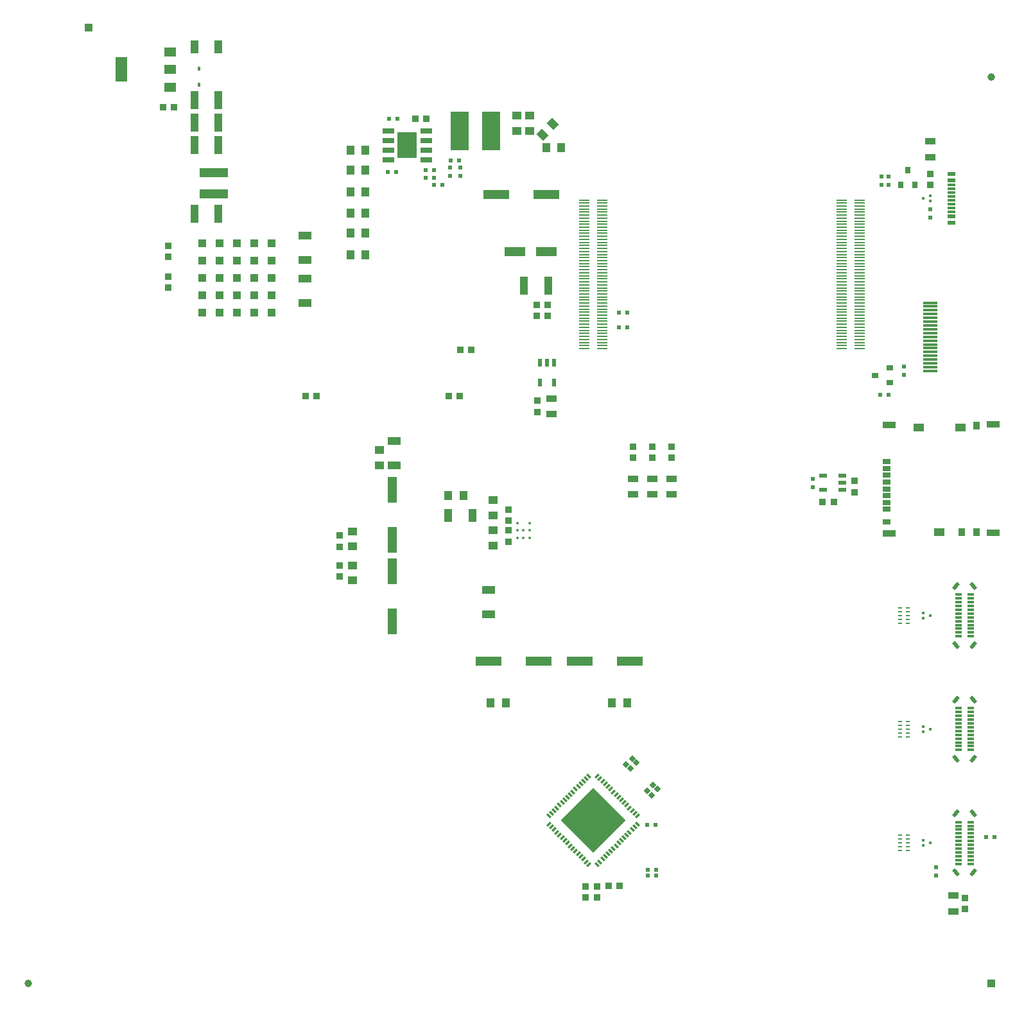
<source format=gbr>
%TF.GenerationSoftware,Altium Limited,Altium Designer,22.2.1 (43)*%
G04 Layer_Color=8421504*
%FSLAX26Y26*%
%MOIN*%
%TF.SameCoordinates,92DA24ED-A250-4A13-B4DD-B7D196A9CFE6*%
%TF.FilePolarity,Positive*%
%TF.FileFunction,Paste,Top*%
%TF.Part,Single*%
G01*
G75*
%TA.AperFunction,ConnectorPad*%
%ADD10R,0.043307X0.023622*%
%ADD11R,0.043307X0.011811*%
%TA.AperFunction,SMDPad,CuDef*%
G04:AMPARAMS|DCode=12|XSize=19.685mil|YSize=40.551mil|CornerRadius=0mil|HoleSize=0mil|Usage=FLASHONLY|Rotation=140.000|XOffset=0mil|YOffset=0mil|HoleType=Round|Shape=Rectangle|*
%AMROTATEDRECTD12*
4,1,4,0.020573,0.009205,-0.005493,-0.021859,-0.020573,-0.009205,0.005493,0.021859,0.020573,0.009205,0.0*
%
%ADD12ROTATEDRECTD12*%

G04:AMPARAMS|DCode=13|XSize=19.685mil|YSize=40.551mil|CornerRadius=0mil|HoleSize=0mil|Usage=FLASHONLY|Rotation=40.000|XOffset=0mil|YOffset=0mil|HoleType=Round|Shape=Rectangle|*
%AMROTATEDRECTD13*
4,1,4,0.005493,-0.021859,-0.020573,0.009205,-0.005493,0.021859,0.020573,-0.009205,0.005493,-0.021859,0.0*
%
%ADD13ROTATEDRECTD13*%

%ADD14R,0.033465X0.011811*%
%TA.AperFunction,BGAPad,CuDef*%
%ADD15C,0.013780*%
%TA.AperFunction,SMDPad,CuDef*%
%ADD16R,0.092520X0.200787*%
%ADD17R,0.011811X0.011811*%
%ADD18R,0.043307X0.023622*%
%ADD19R,0.031496X0.035433*%
%ADD20R,0.062992X0.047244*%
%ADD21R,0.062992X0.129921*%
%ADD22R,0.018701X0.007874*%
%ADD23R,0.017716X0.023228*%
%ADD24R,0.102362X0.137795*%
%ADD25R,0.059055X0.031496*%
%TA.AperFunction,BGAPad,CuDef*%
%ADD26R,0.041732X0.041732*%
%TA.AperFunction,SMDPad,CuDef*%
%ADD27R,0.023622X0.023622*%
%ADD28P,0.334066X4X270.0*%
G04:AMPARAMS|DCode=29|XSize=11.024mil|YSize=27.165mil|CornerRadius=0mil|HoleSize=0mil|Usage=FLASHONLY|Rotation=315.000|XOffset=0mil|YOffset=0mil|HoleType=Round|Shape=Rectangle|*
%AMROTATEDRECTD29*
4,1,4,-0.013502,-0.005707,0.005707,0.013502,0.013502,0.005707,-0.005707,-0.013502,-0.013502,-0.005707,0.0*
%
%ADD29ROTATEDRECTD29*%

G04:AMPARAMS|DCode=30|XSize=11.024mil|YSize=27.165mil|CornerRadius=0mil|HoleSize=0mil|Usage=FLASHONLY|Rotation=45.000|XOffset=0mil|YOffset=0mil|HoleType=Round|Shape=Rectangle|*
%AMROTATEDRECTD30*
4,1,4,0.005707,-0.013502,-0.013502,0.005707,-0.005707,0.013502,0.013502,-0.005707,0.005707,-0.013502,0.0*
%
%ADD30ROTATEDRECTD30*%

%ADD31R,0.145669X0.047244*%
%ADD32R,0.055118X0.035433*%
%ADD33R,0.074803X0.011811*%
%ADD34R,0.070866X0.039370*%
%ADD35R,0.133858X0.047244*%
%ADD36R,0.110236X0.047244*%
%ADD37R,0.056299X0.007874*%
%ADD38R,0.039370X0.049213*%
%ADD39R,0.035433X0.033465*%
%ADD40P,0.033407X4X270.0*%
%ADD41R,0.033465X0.039370*%
%ADD42R,0.055118X0.044488*%
%ADD43R,0.066929X0.035433*%
%ADD44R,0.039370X0.025591*%
%ADD45R,0.047244X0.133858*%
%ADD46R,0.049213X0.039370*%
%ADD47R,0.043307X0.094488*%
%ADD48R,0.033465X0.035433*%
%ADD49R,0.023622X0.023622*%
%ADD50R,0.035433X0.031496*%
%ADD51R,0.023622X0.043307*%
%ADD52R,0.039370X0.070866*%
G04:AMPARAMS|DCode=53|XSize=39.37mil|YSize=49.213mil|CornerRadius=0mil|HoleSize=0mil|Usage=FLASHONLY|Rotation=45.000|XOffset=0mil|YOffset=0mil|HoleType=Round|Shape=Rectangle|*
%AMROTATEDRECTD53*
4,1,4,0.003480,-0.031319,-0.031319,0.003480,-0.003480,0.031319,0.031319,-0.003480,0.003480,-0.031319,0.0*
%
%ADD53ROTATEDRECTD53*%

%TA.AperFunction,FiducialPad,Global*%
%ADD54C,0.039370*%
%ADD55R,0.039370X0.039370*%
D10*
X5836614Y5212598D02*
D03*
Y5244095D02*
D03*
Y5023622D02*
D03*
Y4992126D02*
D03*
D11*
Y5049213D02*
D03*
Y5068898D02*
D03*
Y5088583D02*
D03*
Y5108268D02*
D03*
Y5127953D02*
D03*
Y5147638D02*
D03*
Y5167323D02*
D03*
Y5187008D02*
D03*
D12*
X5950197Y2800000D02*
D03*
X5860827Y3105512D02*
D03*
X5950197Y1618898D02*
D03*
X5860827Y1924409D02*
D03*
X5950197Y2209449D02*
D03*
X5860827Y2514961D02*
D03*
D13*
Y2800000D02*
D03*
X5950197Y3105512D02*
D03*
X5860827Y1618898D02*
D03*
X5950197Y1924409D02*
D03*
X5860827Y2209449D02*
D03*
X5950197Y2514961D02*
D03*
D14*
X5938189Y2844488D02*
D03*
Y2864173D02*
D03*
Y2883858D02*
D03*
Y2903543D02*
D03*
Y2923228D02*
D03*
Y2942913D02*
D03*
Y2962598D02*
D03*
Y2982284D02*
D03*
Y3001968D02*
D03*
Y3021653D02*
D03*
Y3041339D02*
D03*
Y3061024D02*
D03*
X5872835D02*
D03*
Y3041339D02*
D03*
Y3021653D02*
D03*
Y3001968D02*
D03*
Y2982284D02*
D03*
Y2962598D02*
D03*
Y2942913D02*
D03*
Y2923228D02*
D03*
Y2903543D02*
D03*
Y2883858D02*
D03*
Y2864173D02*
D03*
Y2844488D02*
D03*
X5938189Y1663386D02*
D03*
Y1683071D02*
D03*
Y1702756D02*
D03*
Y1722441D02*
D03*
Y1742126D02*
D03*
Y1761811D02*
D03*
Y1781496D02*
D03*
Y1801181D02*
D03*
Y1820866D02*
D03*
Y1840551D02*
D03*
Y1860236D02*
D03*
Y1879921D02*
D03*
X5872835D02*
D03*
Y1860236D02*
D03*
Y1840551D02*
D03*
Y1820866D02*
D03*
Y1801181D02*
D03*
Y1781496D02*
D03*
Y1761811D02*
D03*
Y1742126D02*
D03*
Y1722441D02*
D03*
Y1702756D02*
D03*
Y1683071D02*
D03*
Y1663386D02*
D03*
X5938189Y2253937D02*
D03*
Y2273622D02*
D03*
Y2293307D02*
D03*
Y2312992D02*
D03*
Y2332677D02*
D03*
Y2352362D02*
D03*
Y2372047D02*
D03*
Y2391732D02*
D03*
Y2411417D02*
D03*
Y2431102D02*
D03*
Y2450787D02*
D03*
Y2470472D02*
D03*
X5872835D02*
D03*
Y2450787D02*
D03*
Y2431102D02*
D03*
Y2411417D02*
D03*
Y2391732D02*
D03*
Y2372047D02*
D03*
Y2352362D02*
D03*
Y2332677D02*
D03*
Y2312992D02*
D03*
Y2293307D02*
D03*
Y2273622D02*
D03*
Y2253937D02*
D03*
D15*
X3614173Y3393701D02*
D03*
Y3354331D02*
D03*
X3582677D02*
D03*
Y3393701D02*
D03*
Y3433071D02*
D03*
X3645669Y3354331D02*
D03*
Y3393701D02*
D03*
Y3433071D02*
D03*
D16*
X3447835Y5468504D02*
D03*
X3284449D02*
D03*
D17*
X5691929Y5118110D02*
D03*
X5725394Y5131890D02*
D03*
Y5104331D02*
D03*
Y1771653D02*
D03*
X5691929Y1757874D02*
D03*
Y1785433D02*
D03*
X5725394Y2362205D02*
D03*
X5691929Y2348425D02*
D03*
Y2375984D02*
D03*
X5725394Y2952756D02*
D03*
X5691929Y2938976D02*
D03*
Y2966535D02*
D03*
D18*
X5271654Y3604331D02*
D03*
X5169291Y3679134D02*
D03*
Y3604331D02*
D03*
X5271654Y3641732D02*
D03*
Y3679134D02*
D03*
D19*
X5610236Y5265748D02*
D03*
X5647638Y5187008D02*
D03*
X5572835D02*
D03*
D20*
X1779528Y5696850D02*
D03*
Y5787402D02*
D03*
Y5877953D02*
D03*
D21*
X1527559Y5787402D02*
D03*
D22*
X5571850Y2913386D02*
D03*
Y2933071D02*
D03*
Y2952756D02*
D03*
Y2972441D02*
D03*
Y2992126D02*
D03*
X5609252D02*
D03*
Y2972441D02*
D03*
Y2952756D02*
D03*
Y2933071D02*
D03*
Y2913386D02*
D03*
X5571850Y1732283D02*
D03*
Y1751968D02*
D03*
Y1771653D02*
D03*
Y1791339D02*
D03*
Y1811024D02*
D03*
X5609252D02*
D03*
Y1791339D02*
D03*
Y1771653D02*
D03*
Y1751968D02*
D03*
Y1732283D02*
D03*
X5571850Y2322835D02*
D03*
Y2342520D02*
D03*
Y2362205D02*
D03*
Y2381890D02*
D03*
Y2401575D02*
D03*
X5609252D02*
D03*
Y2381890D02*
D03*
Y2362205D02*
D03*
Y2342520D02*
D03*
Y2322835D02*
D03*
D23*
X1929134Y5793307D02*
D03*
Y5708661D02*
D03*
D24*
X3011811Y5393701D02*
D03*
D25*
X2913386Y5468701D02*
D03*
Y5418701D02*
D03*
Y5318701D02*
D03*
Y5368701D02*
D03*
X3110236D02*
D03*
Y5318701D02*
D03*
Y5418701D02*
D03*
Y5468701D02*
D03*
D26*
X2216142Y4885039D02*
D03*
X2306299D02*
D03*
X1945669D02*
D03*
X2035827D02*
D03*
X2125984D02*
D03*
X2216142Y4794882D02*
D03*
X2306299D02*
D03*
X1945669D02*
D03*
X2035827D02*
D03*
X2125984D02*
D03*
X2216142Y4704724D02*
D03*
X2306299D02*
D03*
X1945669D02*
D03*
X2035827D02*
D03*
X2125984D02*
D03*
Y4614567D02*
D03*
X2035827D02*
D03*
X1945669D02*
D03*
X2306299D02*
D03*
X2216142D02*
D03*
X2125984Y4524409D02*
D03*
X2035827D02*
D03*
X1945669D02*
D03*
X2306299D02*
D03*
X2216142D02*
D03*
D27*
X4257874Y1866142D02*
D03*
X4301181D02*
D03*
X5467717Y4100000D02*
D03*
X5511024D02*
D03*
X4110827Y4525000D02*
D03*
X4154134D02*
D03*
X4110827Y4450000D02*
D03*
X4154134D02*
D03*
X2915354Y5531496D02*
D03*
X2958661D02*
D03*
X6061024Y1803150D02*
D03*
X6017717D02*
D03*
X3151575Y5188976D02*
D03*
X3194882D02*
D03*
X2954724Y5255905D02*
D03*
X2911417D02*
D03*
X3151575Y5263779D02*
D03*
X3108268D02*
D03*
X3238189Y5314961D02*
D03*
X3281496D02*
D03*
X3108268Y5224409D02*
D03*
X3151575D02*
D03*
X4261811Y1601378D02*
D03*
X4305118D02*
D03*
X4261811Y1632874D02*
D03*
X4305118D02*
D03*
D28*
X3976378Y1889764D02*
D03*
D29*
X4109309Y2008775D02*
D03*
X4123228Y1994855D02*
D03*
X4137147Y1980936D02*
D03*
X4151067Y1967017D02*
D03*
X4164986Y1953097D02*
D03*
X4178906Y1939178D02*
D03*
X4192825Y1925258D02*
D03*
X4206744Y1911339D02*
D03*
X4095389Y2022694D02*
D03*
X4081470Y2036614D02*
D03*
X4067550Y2050533D02*
D03*
X4053631Y2064453D02*
D03*
X4039711Y2078372D02*
D03*
X4025792Y2092291D02*
D03*
X4011872Y2106211D02*
D03*
X3997953Y2120130D02*
D03*
X3843448Y1770753D02*
D03*
X3829528Y1784672D02*
D03*
X3815609Y1798592D02*
D03*
X3801689Y1812511D02*
D03*
X3787770Y1826430D02*
D03*
X3773850Y1840350D02*
D03*
X3759931Y1854269D02*
D03*
X3746012Y1868189D02*
D03*
X3857367Y1756833D02*
D03*
X3871286Y1742914D02*
D03*
X3885206Y1728994D02*
D03*
X3899125Y1715075D02*
D03*
X3913045Y1701156D02*
D03*
X3926964Y1687236D02*
D03*
X3940883Y1673317D02*
D03*
X3954803Y1659397D02*
D03*
D30*
X3857367Y2022694D02*
D03*
X3871286Y2036614D02*
D03*
X3885206Y2050533D02*
D03*
X3899125Y2064453D02*
D03*
X3913045Y2078372D02*
D03*
X3926964Y2092291D02*
D03*
X3940883Y2106211D02*
D03*
X3954803Y2120130D02*
D03*
X3843448Y2008775D02*
D03*
X3829528Y1994855D02*
D03*
X3815609Y1980936D02*
D03*
X3801689Y1967017D02*
D03*
X3787770Y1953097D02*
D03*
X3773850Y1939178D02*
D03*
X3759931Y1925258D02*
D03*
X3746012Y1911339D02*
D03*
X4095389Y1756833D02*
D03*
X4081470Y1742914D02*
D03*
X4067550Y1728994D02*
D03*
X4053631Y1715075D02*
D03*
X4039711Y1701156D02*
D03*
X4025792Y1687236D02*
D03*
X4011872Y1673317D02*
D03*
X3997953Y1659397D02*
D03*
X4109309Y1770753D02*
D03*
X4123228Y1784672D02*
D03*
X4137147Y1798592D02*
D03*
X4151067Y1812511D02*
D03*
X4164986Y1826430D02*
D03*
X4178906Y1840350D02*
D03*
X4192825Y1854269D02*
D03*
X4206744Y1868189D02*
D03*
D31*
X2007874Y5141732D02*
D03*
Y5251968D02*
D03*
D32*
X5728346Y5332677D02*
D03*
Y5415354D02*
D03*
X4182480Y3663386D02*
D03*
Y3580709D02*
D03*
X3761220Y3997441D02*
D03*
Y4080118D02*
D03*
X4282480Y3663386D02*
D03*
Y3580709D02*
D03*
X4382480Y3663386D02*
D03*
Y3580709D02*
D03*
X5846457Y1415354D02*
D03*
Y1498032D02*
D03*
D33*
X5728346Y4576772D02*
D03*
Y4557087D02*
D03*
Y4537402D02*
D03*
Y4498032D02*
D03*
Y4458661D02*
D03*
Y4517717D02*
D03*
Y4478346D02*
D03*
Y4438976D02*
D03*
Y4419291D02*
D03*
Y4399606D02*
D03*
Y4222441D02*
D03*
Y4242126D02*
D03*
Y4281496D02*
D03*
Y4320866D02*
D03*
Y4261811D02*
D03*
Y4301181D02*
D03*
Y4340551D02*
D03*
Y4360236D02*
D03*
Y4379921D02*
D03*
D34*
X3435039Y3084646D02*
D03*
Y2958661D02*
D03*
X2480315Y4925197D02*
D03*
Y4799213D02*
D03*
X2944882Y3732284D02*
D03*
Y3858268D02*
D03*
X2480315Y4574803D02*
D03*
Y4700787D02*
D03*
D35*
X3472441Y5137795D02*
D03*
X3732284D02*
D03*
X3905512Y2716535D02*
D03*
X4165354D02*
D03*
X3692913D02*
D03*
X3433071D02*
D03*
D36*
X3734252Y4842520D02*
D03*
X3568898D02*
D03*
D37*
X5361811Y4732283D02*
D03*
Y4748032D02*
D03*
Y4763780D02*
D03*
Y4779528D02*
D03*
Y4795276D02*
D03*
Y4811024D02*
D03*
Y4826772D02*
D03*
Y4842520D02*
D03*
Y4858268D02*
D03*
Y4874016D02*
D03*
Y4889764D02*
D03*
Y4905512D02*
D03*
Y4921260D02*
D03*
Y4937008D02*
D03*
Y4952756D02*
D03*
Y4968504D02*
D03*
Y4984252D02*
D03*
Y5000000D02*
D03*
Y5015748D02*
D03*
Y5031496D02*
D03*
Y5047244D02*
D03*
Y5062992D02*
D03*
Y5078740D02*
D03*
Y5094488D02*
D03*
Y5110236D02*
D03*
Y4338583D02*
D03*
Y4354331D02*
D03*
Y4370079D02*
D03*
Y4385827D02*
D03*
Y4401575D02*
D03*
Y4417323D02*
D03*
Y4433071D02*
D03*
Y4448819D02*
D03*
Y4464567D02*
D03*
Y4480315D02*
D03*
Y4496063D02*
D03*
Y4511811D02*
D03*
Y4527559D02*
D03*
Y4543307D02*
D03*
Y4559055D02*
D03*
Y4574803D02*
D03*
Y4590551D02*
D03*
Y4606299D02*
D03*
Y4622047D02*
D03*
Y4637795D02*
D03*
Y4653543D02*
D03*
Y4669291D02*
D03*
Y4685039D02*
D03*
Y4700788D02*
D03*
Y4716535D02*
D03*
X5268110Y4732283D02*
D03*
Y4748032D02*
D03*
Y4763780D02*
D03*
Y4779528D02*
D03*
Y4795276D02*
D03*
Y4811024D02*
D03*
Y4826772D02*
D03*
Y4842520D02*
D03*
Y4858268D02*
D03*
Y4874016D02*
D03*
Y4889764D02*
D03*
Y4905512D02*
D03*
Y4921260D02*
D03*
Y4937008D02*
D03*
Y4952756D02*
D03*
Y4968504D02*
D03*
Y4984252D02*
D03*
Y5000000D02*
D03*
Y5015748D02*
D03*
Y5031496D02*
D03*
Y5047244D02*
D03*
Y5062992D02*
D03*
Y5078740D02*
D03*
Y5094488D02*
D03*
Y5110236D02*
D03*
Y4338583D02*
D03*
Y4354331D02*
D03*
Y4370079D02*
D03*
Y4385827D02*
D03*
Y4401575D02*
D03*
Y4417323D02*
D03*
Y4433071D02*
D03*
Y4448819D02*
D03*
Y4464567D02*
D03*
Y4480315D02*
D03*
Y4496063D02*
D03*
Y4511811D02*
D03*
Y4527559D02*
D03*
Y4543307D02*
D03*
Y4559055D02*
D03*
Y4574803D02*
D03*
Y4590551D02*
D03*
Y4606299D02*
D03*
Y4622047D02*
D03*
Y4637795D02*
D03*
Y4653543D02*
D03*
Y4669291D02*
D03*
Y4685039D02*
D03*
Y4700788D02*
D03*
Y4716535D02*
D03*
X4023228Y4732283D02*
D03*
Y4748032D02*
D03*
Y4763780D02*
D03*
Y4779528D02*
D03*
Y4795276D02*
D03*
Y4811024D02*
D03*
Y4826772D02*
D03*
Y4842520D02*
D03*
Y4858268D02*
D03*
Y4874016D02*
D03*
Y4889764D02*
D03*
Y4905512D02*
D03*
Y4921260D02*
D03*
Y4937008D02*
D03*
Y4952756D02*
D03*
Y4968504D02*
D03*
Y4984252D02*
D03*
Y5000000D02*
D03*
Y5015748D02*
D03*
Y5031496D02*
D03*
Y5047244D02*
D03*
Y5062992D02*
D03*
Y5078740D02*
D03*
Y5094488D02*
D03*
Y5110236D02*
D03*
Y4338583D02*
D03*
Y4354331D02*
D03*
Y4370079D02*
D03*
Y4385827D02*
D03*
Y4401575D02*
D03*
Y4417323D02*
D03*
Y4433071D02*
D03*
Y4448819D02*
D03*
Y4464567D02*
D03*
Y4480315D02*
D03*
Y4496063D02*
D03*
Y4511811D02*
D03*
Y4527559D02*
D03*
Y4543307D02*
D03*
Y4559055D02*
D03*
Y4574803D02*
D03*
Y4590551D02*
D03*
Y4606299D02*
D03*
Y4622047D02*
D03*
Y4637795D02*
D03*
Y4653543D02*
D03*
Y4669291D02*
D03*
Y4685039D02*
D03*
Y4700788D02*
D03*
Y4716535D02*
D03*
X3929528Y4732283D02*
D03*
Y4748032D02*
D03*
Y4763780D02*
D03*
Y4779528D02*
D03*
Y4795276D02*
D03*
Y4811024D02*
D03*
Y4826772D02*
D03*
Y4842520D02*
D03*
Y4858268D02*
D03*
Y4874016D02*
D03*
Y4889764D02*
D03*
Y4905512D02*
D03*
Y4921260D02*
D03*
Y4937008D02*
D03*
Y4952756D02*
D03*
Y4968504D02*
D03*
Y4984252D02*
D03*
Y5000000D02*
D03*
Y5015748D02*
D03*
Y5031496D02*
D03*
Y5047244D02*
D03*
Y5062992D02*
D03*
Y5078740D02*
D03*
Y5094488D02*
D03*
Y5110236D02*
D03*
Y4338583D02*
D03*
Y4354331D02*
D03*
Y4370079D02*
D03*
Y4385827D02*
D03*
Y4401575D02*
D03*
Y4417323D02*
D03*
Y4433071D02*
D03*
Y4448819D02*
D03*
Y4464567D02*
D03*
Y4480315D02*
D03*
Y4496063D02*
D03*
Y4511811D02*
D03*
Y4527559D02*
D03*
Y4543307D02*
D03*
Y4559055D02*
D03*
Y4574803D02*
D03*
Y4590551D02*
D03*
Y4606299D02*
D03*
Y4622047D02*
D03*
Y4637795D02*
D03*
Y4653543D02*
D03*
Y4669291D02*
D03*
Y4685039D02*
D03*
Y4700788D02*
D03*
Y4716535D02*
D03*
D38*
X2716535Y5370065D02*
D03*
X2795276D02*
D03*
X4074803Y2500000D02*
D03*
X4153543D02*
D03*
X3523622D02*
D03*
X3444882D02*
D03*
X3303150Y3574803D02*
D03*
X3224409D02*
D03*
X3811024Y5381890D02*
D03*
X3732283D02*
D03*
X2716535Y4826759D02*
D03*
X2795276D02*
D03*
X2716535Y4936995D02*
D03*
X2795276D02*
D03*
X2716535Y5043294D02*
D03*
X2795276D02*
D03*
X2716535Y5153530D02*
D03*
X2795276D02*
D03*
X2716535Y5263766D02*
D03*
X2795276D02*
D03*
D39*
X5334646Y3650590D02*
D03*
Y3593504D02*
D03*
X2661417Y3367126D02*
D03*
Y3310039D02*
D03*
Y3156496D02*
D03*
Y3213583D02*
D03*
X4182480Y3827756D02*
D03*
Y3770669D02*
D03*
X3686220Y4010236D02*
D03*
Y4067323D02*
D03*
X4282480Y3770669D02*
D03*
Y3827756D02*
D03*
X4382480Y3770669D02*
D03*
Y3827756D02*
D03*
X3535433Y3336614D02*
D03*
Y3393701D02*
D03*
Y3500984D02*
D03*
Y3443898D02*
D03*
X1771653Y4871063D02*
D03*
Y4813976D02*
D03*
Y4713583D02*
D03*
Y4656496D02*
D03*
X5905512Y1428150D02*
D03*
Y1485236D02*
D03*
X5728346Y5245079D02*
D03*
Y5187992D02*
D03*
X3996063Y1487205D02*
D03*
Y1544291D02*
D03*
X3937008D02*
D03*
Y1487205D02*
D03*
D40*
X4148074Y2179571D02*
D03*
X4178697Y2210193D02*
D03*
X4279964Y2020122D02*
D03*
X4310587Y2050744D02*
D03*
X4256342Y2041775D02*
D03*
X4286965Y2072398D02*
D03*
X4169728Y2157917D02*
D03*
X4200351Y2188540D02*
D03*
D41*
X5966732Y3937008D02*
D03*
Y3385827D02*
D03*
X5890748D02*
D03*
D42*
X5774606Y3383858D02*
D03*
X5668307Y3927165D02*
D03*
X5882874D02*
D03*
D43*
X5514764Y3379921D02*
D03*
Y3942913D02*
D03*
X6054134Y3381009D02*
D03*
X6054492Y3944016D02*
D03*
D44*
X5500000Y3440157D02*
D03*
Y3539370D02*
D03*
Y3574803D02*
D03*
Y3610236D02*
D03*
Y3645669D02*
D03*
Y3681102D02*
D03*
Y3716535D02*
D03*
Y3751968D02*
D03*
Y3503937D02*
D03*
D45*
X2933661Y3606102D02*
D03*
Y3346260D02*
D03*
Y2921260D02*
D03*
Y3181102D02*
D03*
D46*
X2728346Y3389764D02*
D03*
Y3311023D02*
D03*
X2728347Y3133858D02*
D03*
Y3212598D02*
D03*
X2866142Y3811024D02*
D03*
Y3732283D02*
D03*
X3456693Y3314961D02*
D03*
Y3393701D02*
D03*
Y3551181D02*
D03*
Y3472441D02*
D03*
X3578740Y5547244D02*
D03*
Y5468504D02*
D03*
X3645669Y5547244D02*
D03*
Y5468504D02*
D03*
D47*
X3618110Y4665354D02*
D03*
X3744095D02*
D03*
X1905512Y5629921D02*
D03*
X2031496D02*
D03*
X1905512Y5511811D02*
D03*
X2031496D02*
D03*
X1905512Y5393701D02*
D03*
X2031496D02*
D03*
X1905512Y5039370D02*
D03*
X2031496D02*
D03*
D48*
X3682087Y4566929D02*
D03*
X3739173D02*
D03*
X3682087Y4507874D02*
D03*
X3739173D02*
D03*
X3343504Y4330709D02*
D03*
X3286417D02*
D03*
X2540354Y4090551D02*
D03*
X2483268D02*
D03*
X3284449D02*
D03*
X3227362D02*
D03*
X1800197Y5590551D02*
D03*
X1743110D02*
D03*
X5225394Y3543307D02*
D03*
X5168307D02*
D03*
X3111220Y5531496D02*
D03*
X3054134D02*
D03*
X4115158Y1547244D02*
D03*
X4058071D02*
D03*
D49*
X5589370Y4203346D02*
D03*
Y4246654D02*
D03*
X5118110Y3663386D02*
D03*
Y3620079D02*
D03*
X5755905Y1600394D02*
D03*
Y1643701D02*
D03*
X5728346Y5061024D02*
D03*
Y5017717D02*
D03*
X3232284Y5234252D02*
D03*
Y5277559D02*
D03*
X3287402Y5234252D02*
D03*
Y5277559D02*
D03*
X5472441Y5230315D02*
D03*
Y5187008D02*
D03*
X5511811D02*
D03*
Y5230315D02*
D03*
D50*
X5439370Y4200000D02*
D03*
X5518110Y4237402D02*
D03*
Y4162598D02*
D03*
D51*
X3773622Y4264961D02*
D03*
X3698819Y4162598D02*
D03*
X3773622D02*
D03*
X3736220Y4264961D02*
D03*
X3698819D02*
D03*
D52*
X1905512Y5905512D02*
D03*
X2031496D02*
D03*
X3224410Y3472441D02*
D03*
X3350394D02*
D03*
D53*
X3767996Y5504217D02*
D03*
X3712319Y5448539D02*
D03*
D54*
X1043307Y1043307D02*
D03*
X6043307Y5748032D02*
D03*
D55*
Y1043307D02*
D03*
X1358268Y6003937D02*
D03*
%TF.MD5,78521c6dcae01bb9d11effaf03cde8e9*%
M02*

</source>
